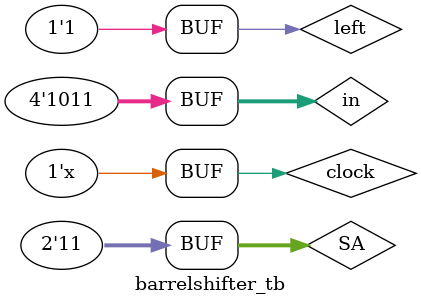
<source format=v>
module barrelshifter(input clock, input [1:0] SA, input left, input [3:0] in, output reg [3:0] out=0);

always @(posedge clock) begin
    if (left) begin
        out <= in << SA;
    end
    else begin
        out <= in >> SA;
    end
end

endmodule



module barrelshifter_tb();

reg clock=0;
reg [1:0] SA;
reg left;
reg [3:0] in=4'b1011;
wire [3:0] out;

barrelshifter uut (
    clock, SA, left, in, out
);

always begin
    #5; clock = !clock;
end

initial begin
    SA = 2'b00; left = 0; #10;
    SA = 2'b01; left = 0; #10;
    SA = 2'b10; left = 0; #10;
    SA = 2'b11; left = 0; #10;
    SA = 2'b00; left = 1; #10;
    SA = 2'b01; left = 1; #10;
    SA = 2'b10; left = 1; #10;
    SA = 2'b11; left = 1; #10;
end

endmodule
</source>
